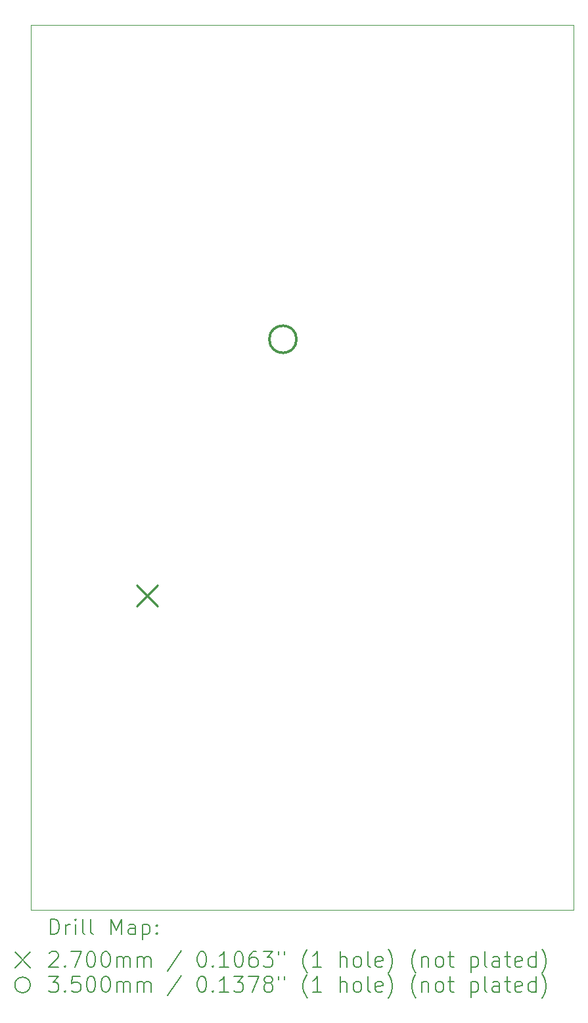
<source format=gbr>
%TF.GenerationSoftware,KiCad,Pcbnew,6.0.11+dfsg-1*%
%TF.CreationDate,2023-07-14T21:47:47+01:00*%
%TF.ProjectId,bridge-rectifier,62726964-6765-42d7-9265-637469666965,rev?*%
%TF.SameCoordinates,Original*%
%TF.FileFunction,Drillmap*%
%TF.FilePolarity,Positive*%
%FSLAX45Y45*%
G04 Gerber Fmt 4.5, Leading zero omitted, Abs format (unit mm)*
G04 Created by KiCad (PCBNEW 6.0.11+dfsg-1) date 2023-07-14 21:47:47*
%MOMM*%
%LPD*%
G01*
G04 APERTURE LIST*
%ADD10C,0.100000*%
%ADD11C,0.200000*%
%ADD12C,0.270000*%
%ADD13C,0.350000*%
G04 APERTURE END LIST*
D10*
X13200000Y-1400000D02*
X20200000Y-1400000D01*
X20200000Y-1400000D02*
X20200000Y-12800000D01*
X20200000Y-12800000D02*
X13200000Y-12800000D01*
X13200000Y-12800000D02*
X13200000Y-1400000D01*
D11*
D12*
X14565000Y-8615000D02*
X14835000Y-8885000D01*
X14835000Y-8615000D02*
X14565000Y-8885000D01*
D13*
X16625000Y-5450000D02*
G75*
G03*
X16625000Y-5450000I-175000J0D01*
G01*
D11*
X13452619Y-13115476D02*
X13452619Y-12915476D01*
X13500238Y-12915476D01*
X13528809Y-12925000D01*
X13547857Y-12944048D01*
X13557381Y-12963095D01*
X13566905Y-13001190D01*
X13566905Y-13029762D01*
X13557381Y-13067857D01*
X13547857Y-13086905D01*
X13528809Y-13105952D01*
X13500238Y-13115476D01*
X13452619Y-13115476D01*
X13652619Y-13115476D02*
X13652619Y-12982143D01*
X13652619Y-13020238D02*
X13662143Y-13001190D01*
X13671667Y-12991667D01*
X13690714Y-12982143D01*
X13709762Y-12982143D01*
X13776428Y-13115476D02*
X13776428Y-12982143D01*
X13776428Y-12915476D02*
X13766905Y-12925000D01*
X13776428Y-12934524D01*
X13785952Y-12925000D01*
X13776428Y-12915476D01*
X13776428Y-12934524D01*
X13900238Y-13115476D02*
X13881190Y-13105952D01*
X13871667Y-13086905D01*
X13871667Y-12915476D01*
X14005000Y-13115476D02*
X13985952Y-13105952D01*
X13976428Y-13086905D01*
X13976428Y-12915476D01*
X14233571Y-13115476D02*
X14233571Y-12915476D01*
X14300238Y-13058333D01*
X14366905Y-12915476D01*
X14366905Y-13115476D01*
X14547857Y-13115476D02*
X14547857Y-13010714D01*
X14538333Y-12991667D01*
X14519286Y-12982143D01*
X14481190Y-12982143D01*
X14462143Y-12991667D01*
X14547857Y-13105952D02*
X14528809Y-13115476D01*
X14481190Y-13115476D01*
X14462143Y-13105952D01*
X14452619Y-13086905D01*
X14452619Y-13067857D01*
X14462143Y-13048809D01*
X14481190Y-13039286D01*
X14528809Y-13039286D01*
X14547857Y-13029762D01*
X14643095Y-12982143D02*
X14643095Y-13182143D01*
X14643095Y-12991667D02*
X14662143Y-12982143D01*
X14700238Y-12982143D01*
X14719286Y-12991667D01*
X14728809Y-13001190D01*
X14738333Y-13020238D01*
X14738333Y-13077381D01*
X14728809Y-13096428D01*
X14719286Y-13105952D01*
X14700238Y-13115476D01*
X14662143Y-13115476D01*
X14643095Y-13105952D01*
X14824048Y-13096428D02*
X14833571Y-13105952D01*
X14824048Y-13115476D01*
X14814524Y-13105952D01*
X14824048Y-13096428D01*
X14824048Y-13115476D01*
X14824048Y-12991667D02*
X14833571Y-13001190D01*
X14824048Y-13010714D01*
X14814524Y-13001190D01*
X14824048Y-12991667D01*
X14824048Y-13010714D01*
X12995000Y-13345000D02*
X13195000Y-13545000D01*
X13195000Y-13345000D02*
X12995000Y-13545000D01*
X13443095Y-13354524D02*
X13452619Y-13345000D01*
X13471667Y-13335476D01*
X13519286Y-13335476D01*
X13538333Y-13345000D01*
X13547857Y-13354524D01*
X13557381Y-13373571D01*
X13557381Y-13392619D01*
X13547857Y-13421190D01*
X13433571Y-13535476D01*
X13557381Y-13535476D01*
X13643095Y-13516428D02*
X13652619Y-13525952D01*
X13643095Y-13535476D01*
X13633571Y-13525952D01*
X13643095Y-13516428D01*
X13643095Y-13535476D01*
X13719286Y-13335476D02*
X13852619Y-13335476D01*
X13766905Y-13535476D01*
X13966905Y-13335476D02*
X13985952Y-13335476D01*
X14005000Y-13345000D01*
X14014524Y-13354524D01*
X14024048Y-13373571D01*
X14033571Y-13411667D01*
X14033571Y-13459286D01*
X14024048Y-13497381D01*
X14014524Y-13516428D01*
X14005000Y-13525952D01*
X13985952Y-13535476D01*
X13966905Y-13535476D01*
X13947857Y-13525952D01*
X13938333Y-13516428D01*
X13928809Y-13497381D01*
X13919286Y-13459286D01*
X13919286Y-13411667D01*
X13928809Y-13373571D01*
X13938333Y-13354524D01*
X13947857Y-13345000D01*
X13966905Y-13335476D01*
X14157381Y-13335476D02*
X14176428Y-13335476D01*
X14195476Y-13345000D01*
X14205000Y-13354524D01*
X14214524Y-13373571D01*
X14224048Y-13411667D01*
X14224048Y-13459286D01*
X14214524Y-13497381D01*
X14205000Y-13516428D01*
X14195476Y-13525952D01*
X14176428Y-13535476D01*
X14157381Y-13535476D01*
X14138333Y-13525952D01*
X14128809Y-13516428D01*
X14119286Y-13497381D01*
X14109762Y-13459286D01*
X14109762Y-13411667D01*
X14119286Y-13373571D01*
X14128809Y-13354524D01*
X14138333Y-13345000D01*
X14157381Y-13335476D01*
X14309762Y-13535476D02*
X14309762Y-13402143D01*
X14309762Y-13421190D02*
X14319286Y-13411667D01*
X14338333Y-13402143D01*
X14366905Y-13402143D01*
X14385952Y-13411667D01*
X14395476Y-13430714D01*
X14395476Y-13535476D01*
X14395476Y-13430714D02*
X14405000Y-13411667D01*
X14424048Y-13402143D01*
X14452619Y-13402143D01*
X14471667Y-13411667D01*
X14481190Y-13430714D01*
X14481190Y-13535476D01*
X14576428Y-13535476D02*
X14576428Y-13402143D01*
X14576428Y-13421190D02*
X14585952Y-13411667D01*
X14605000Y-13402143D01*
X14633571Y-13402143D01*
X14652619Y-13411667D01*
X14662143Y-13430714D01*
X14662143Y-13535476D01*
X14662143Y-13430714D02*
X14671667Y-13411667D01*
X14690714Y-13402143D01*
X14719286Y-13402143D01*
X14738333Y-13411667D01*
X14747857Y-13430714D01*
X14747857Y-13535476D01*
X15138333Y-13325952D02*
X14966905Y-13583095D01*
X15395476Y-13335476D02*
X15414524Y-13335476D01*
X15433571Y-13345000D01*
X15443095Y-13354524D01*
X15452619Y-13373571D01*
X15462143Y-13411667D01*
X15462143Y-13459286D01*
X15452619Y-13497381D01*
X15443095Y-13516428D01*
X15433571Y-13525952D01*
X15414524Y-13535476D01*
X15395476Y-13535476D01*
X15376428Y-13525952D01*
X15366905Y-13516428D01*
X15357381Y-13497381D01*
X15347857Y-13459286D01*
X15347857Y-13411667D01*
X15357381Y-13373571D01*
X15366905Y-13354524D01*
X15376428Y-13345000D01*
X15395476Y-13335476D01*
X15547857Y-13516428D02*
X15557381Y-13525952D01*
X15547857Y-13535476D01*
X15538333Y-13525952D01*
X15547857Y-13516428D01*
X15547857Y-13535476D01*
X15747857Y-13535476D02*
X15633571Y-13535476D01*
X15690714Y-13535476D02*
X15690714Y-13335476D01*
X15671667Y-13364048D01*
X15652619Y-13383095D01*
X15633571Y-13392619D01*
X15871667Y-13335476D02*
X15890714Y-13335476D01*
X15909762Y-13345000D01*
X15919286Y-13354524D01*
X15928809Y-13373571D01*
X15938333Y-13411667D01*
X15938333Y-13459286D01*
X15928809Y-13497381D01*
X15919286Y-13516428D01*
X15909762Y-13525952D01*
X15890714Y-13535476D01*
X15871667Y-13535476D01*
X15852619Y-13525952D01*
X15843095Y-13516428D01*
X15833571Y-13497381D01*
X15824048Y-13459286D01*
X15824048Y-13411667D01*
X15833571Y-13373571D01*
X15843095Y-13354524D01*
X15852619Y-13345000D01*
X15871667Y-13335476D01*
X16109762Y-13335476D02*
X16071667Y-13335476D01*
X16052619Y-13345000D01*
X16043095Y-13354524D01*
X16024048Y-13383095D01*
X16014524Y-13421190D01*
X16014524Y-13497381D01*
X16024048Y-13516428D01*
X16033571Y-13525952D01*
X16052619Y-13535476D01*
X16090714Y-13535476D01*
X16109762Y-13525952D01*
X16119286Y-13516428D01*
X16128809Y-13497381D01*
X16128809Y-13449762D01*
X16119286Y-13430714D01*
X16109762Y-13421190D01*
X16090714Y-13411667D01*
X16052619Y-13411667D01*
X16033571Y-13421190D01*
X16024048Y-13430714D01*
X16014524Y-13449762D01*
X16195476Y-13335476D02*
X16319286Y-13335476D01*
X16252619Y-13411667D01*
X16281190Y-13411667D01*
X16300238Y-13421190D01*
X16309762Y-13430714D01*
X16319286Y-13449762D01*
X16319286Y-13497381D01*
X16309762Y-13516428D01*
X16300238Y-13525952D01*
X16281190Y-13535476D01*
X16224048Y-13535476D01*
X16205000Y-13525952D01*
X16195476Y-13516428D01*
X16395476Y-13335476D02*
X16395476Y-13373571D01*
X16471667Y-13335476D02*
X16471667Y-13373571D01*
X16766905Y-13611667D02*
X16757381Y-13602143D01*
X16738333Y-13573571D01*
X16728809Y-13554524D01*
X16719286Y-13525952D01*
X16709762Y-13478333D01*
X16709762Y-13440238D01*
X16719286Y-13392619D01*
X16728809Y-13364048D01*
X16738333Y-13345000D01*
X16757381Y-13316428D01*
X16766905Y-13306905D01*
X16947857Y-13535476D02*
X16833571Y-13535476D01*
X16890714Y-13535476D02*
X16890714Y-13335476D01*
X16871667Y-13364048D01*
X16852619Y-13383095D01*
X16833571Y-13392619D01*
X17185952Y-13535476D02*
X17185952Y-13335476D01*
X17271667Y-13535476D02*
X17271667Y-13430714D01*
X17262143Y-13411667D01*
X17243095Y-13402143D01*
X17214524Y-13402143D01*
X17195476Y-13411667D01*
X17185952Y-13421190D01*
X17395476Y-13535476D02*
X17376429Y-13525952D01*
X17366905Y-13516428D01*
X17357381Y-13497381D01*
X17357381Y-13440238D01*
X17366905Y-13421190D01*
X17376429Y-13411667D01*
X17395476Y-13402143D01*
X17424048Y-13402143D01*
X17443095Y-13411667D01*
X17452619Y-13421190D01*
X17462143Y-13440238D01*
X17462143Y-13497381D01*
X17452619Y-13516428D01*
X17443095Y-13525952D01*
X17424048Y-13535476D01*
X17395476Y-13535476D01*
X17576429Y-13535476D02*
X17557381Y-13525952D01*
X17547857Y-13506905D01*
X17547857Y-13335476D01*
X17728810Y-13525952D02*
X17709762Y-13535476D01*
X17671667Y-13535476D01*
X17652619Y-13525952D01*
X17643095Y-13506905D01*
X17643095Y-13430714D01*
X17652619Y-13411667D01*
X17671667Y-13402143D01*
X17709762Y-13402143D01*
X17728810Y-13411667D01*
X17738333Y-13430714D01*
X17738333Y-13449762D01*
X17643095Y-13468809D01*
X17805000Y-13611667D02*
X17814524Y-13602143D01*
X17833571Y-13573571D01*
X17843095Y-13554524D01*
X17852619Y-13525952D01*
X17862143Y-13478333D01*
X17862143Y-13440238D01*
X17852619Y-13392619D01*
X17843095Y-13364048D01*
X17833571Y-13345000D01*
X17814524Y-13316428D01*
X17805000Y-13306905D01*
X18166905Y-13611667D02*
X18157381Y-13602143D01*
X18138333Y-13573571D01*
X18128810Y-13554524D01*
X18119286Y-13525952D01*
X18109762Y-13478333D01*
X18109762Y-13440238D01*
X18119286Y-13392619D01*
X18128810Y-13364048D01*
X18138333Y-13345000D01*
X18157381Y-13316428D01*
X18166905Y-13306905D01*
X18243095Y-13402143D02*
X18243095Y-13535476D01*
X18243095Y-13421190D02*
X18252619Y-13411667D01*
X18271667Y-13402143D01*
X18300238Y-13402143D01*
X18319286Y-13411667D01*
X18328810Y-13430714D01*
X18328810Y-13535476D01*
X18452619Y-13535476D02*
X18433571Y-13525952D01*
X18424048Y-13516428D01*
X18414524Y-13497381D01*
X18414524Y-13440238D01*
X18424048Y-13421190D01*
X18433571Y-13411667D01*
X18452619Y-13402143D01*
X18481190Y-13402143D01*
X18500238Y-13411667D01*
X18509762Y-13421190D01*
X18519286Y-13440238D01*
X18519286Y-13497381D01*
X18509762Y-13516428D01*
X18500238Y-13525952D01*
X18481190Y-13535476D01*
X18452619Y-13535476D01*
X18576429Y-13402143D02*
X18652619Y-13402143D01*
X18605000Y-13335476D02*
X18605000Y-13506905D01*
X18614524Y-13525952D01*
X18633571Y-13535476D01*
X18652619Y-13535476D01*
X18871667Y-13402143D02*
X18871667Y-13602143D01*
X18871667Y-13411667D02*
X18890714Y-13402143D01*
X18928810Y-13402143D01*
X18947857Y-13411667D01*
X18957381Y-13421190D01*
X18966905Y-13440238D01*
X18966905Y-13497381D01*
X18957381Y-13516428D01*
X18947857Y-13525952D01*
X18928810Y-13535476D01*
X18890714Y-13535476D01*
X18871667Y-13525952D01*
X19081190Y-13535476D02*
X19062143Y-13525952D01*
X19052619Y-13506905D01*
X19052619Y-13335476D01*
X19243095Y-13535476D02*
X19243095Y-13430714D01*
X19233571Y-13411667D01*
X19214524Y-13402143D01*
X19176429Y-13402143D01*
X19157381Y-13411667D01*
X19243095Y-13525952D02*
X19224048Y-13535476D01*
X19176429Y-13535476D01*
X19157381Y-13525952D01*
X19147857Y-13506905D01*
X19147857Y-13487857D01*
X19157381Y-13468809D01*
X19176429Y-13459286D01*
X19224048Y-13459286D01*
X19243095Y-13449762D01*
X19309762Y-13402143D02*
X19385952Y-13402143D01*
X19338333Y-13335476D02*
X19338333Y-13506905D01*
X19347857Y-13525952D01*
X19366905Y-13535476D01*
X19385952Y-13535476D01*
X19528810Y-13525952D02*
X19509762Y-13535476D01*
X19471667Y-13535476D01*
X19452619Y-13525952D01*
X19443095Y-13506905D01*
X19443095Y-13430714D01*
X19452619Y-13411667D01*
X19471667Y-13402143D01*
X19509762Y-13402143D01*
X19528810Y-13411667D01*
X19538333Y-13430714D01*
X19538333Y-13449762D01*
X19443095Y-13468809D01*
X19709762Y-13535476D02*
X19709762Y-13335476D01*
X19709762Y-13525952D02*
X19690714Y-13535476D01*
X19652619Y-13535476D01*
X19633571Y-13525952D01*
X19624048Y-13516428D01*
X19614524Y-13497381D01*
X19614524Y-13440238D01*
X19624048Y-13421190D01*
X19633571Y-13411667D01*
X19652619Y-13402143D01*
X19690714Y-13402143D01*
X19709762Y-13411667D01*
X19785952Y-13611667D02*
X19795476Y-13602143D01*
X19814524Y-13573571D01*
X19824048Y-13554524D01*
X19833571Y-13525952D01*
X19843095Y-13478333D01*
X19843095Y-13440238D01*
X19833571Y-13392619D01*
X19824048Y-13364048D01*
X19814524Y-13345000D01*
X19795476Y-13316428D01*
X19785952Y-13306905D01*
X13195000Y-13765000D02*
G75*
G03*
X13195000Y-13765000I-100000J0D01*
G01*
X13433571Y-13655476D02*
X13557381Y-13655476D01*
X13490714Y-13731667D01*
X13519286Y-13731667D01*
X13538333Y-13741190D01*
X13547857Y-13750714D01*
X13557381Y-13769762D01*
X13557381Y-13817381D01*
X13547857Y-13836428D01*
X13538333Y-13845952D01*
X13519286Y-13855476D01*
X13462143Y-13855476D01*
X13443095Y-13845952D01*
X13433571Y-13836428D01*
X13643095Y-13836428D02*
X13652619Y-13845952D01*
X13643095Y-13855476D01*
X13633571Y-13845952D01*
X13643095Y-13836428D01*
X13643095Y-13855476D01*
X13833571Y-13655476D02*
X13738333Y-13655476D01*
X13728809Y-13750714D01*
X13738333Y-13741190D01*
X13757381Y-13731667D01*
X13805000Y-13731667D01*
X13824048Y-13741190D01*
X13833571Y-13750714D01*
X13843095Y-13769762D01*
X13843095Y-13817381D01*
X13833571Y-13836428D01*
X13824048Y-13845952D01*
X13805000Y-13855476D01*
X13757381Y-13855476D01*
X13738333Y-13845952D01*
X13728809Y-13836428D01*
X13966905Y-13655476D02*
X13985952Y-13655476D01*
X14005000Y-13665000D01*
X14014524Y-13674524D01*
X14024048Y-13693571D01*
X14033571Y-13731667D01*
X14033571Y-13779286D01*
X14024048Y-13817381D01*
X14014524Y-13836428D01*
X14005000Y-13845952D01*
X13985952Y-13855476D01*
X13966905Y-13855476D01*
X13947857Y-13845952D01*
X13938333Y-13836428D01*
X13928809Y-13817381D01*
X13919286Y-13779286D01*
X13919286Y-13731667D01*
X13928809Y-13693571D01*
X13938333Y-13674524D01*
X13947857Y-13665000D01*
X13966905Y-13655476D01*
X14157381Y-13655476D02*
X14176428Y-13655476D01*
X14195476Y-13665000D01*
X14205000Y-13674524D01*
X14214524Y-13693571D01*
X14224048Y-13731667D01*
X14224048Y-13779286D01*
X14214524Y-13817381D01*
X14205000Y-13836428D01*
X14195476Y-13845952D01*
X14176428Y-13855476D01*
X14157381Y-13855476D01*
X14138333Y-13845952D01*
X14128809Y-13836428D01*
X14119286Y-13817381D01*
X14109762Y-13779286D01*
X14109762Y-13731667D01*
X14119286Y-13693571D01*
X14128809Y-13674524D01*
X14138333Y-13665000D01*
X14157381Y-13655476D01*
X14309762Y-13855476D02*
X14309762Y-13722143D01*
X14309762Y-13741190D02*
X14319286Y-13731667D01*
X14338333Y-13722143D01*
X14366905Y-13722143D01*
X14385952Y-13731667D01*
X14395476Y-13750714D01*
X14395476Y-13855476D01*
X14395476Y-13750714D02*
X14405000Y-13731667D01*
X14424048Y-13722143D01*
X14452619Y-13722143D01*
X14471667Y-13731667D01*
X14481190Y-13750714D01*
X14481190Y-13855476D01*
X14576428Y-13855476D02*
X14576428Y-13722143D01*
X14576428Y-13741190D02*
X14585952Y-13731667D01*
X14605000Y-13722143D01*
X14633571Y-13722143D01*
X14652619Y-13731667D01*
X14662143Y-13750714D01*
X14662143Y-13855476D01*
X14662143Y-13750714D02*
X14671667Y-13731667D01*
X14690714Y-13722143D01*
X14719286Y-13722143D01*
X14738333Y-13731667D01*
X14747857Y-13750714D01*
X14747857Y-13855476D01*
X15138333Y-13645952D02*
X14966905Y-13903095D01*
X15395476Y-13655476D02*
X15414524Y-13655476D01*
X15433571Y-13665000D01*
X15443095Y-13674524D01*
X15452619Y-13693571D01*
X15462143Y-13731667D01*
X15462143Y-13779286D01*
X15452619Y-13817381D01*
X15443095Y-13836428D01*
X15433571Y-13845952D01*
X15414524Y-13855476D01*
X15395476Y-13855476D01*
X15376428Y-13845952D01*
X15366905Y-13836428D01*
X15357381Y-13817381D01*
X15347857Y-13779286D01*
X15347857Y-13731667D01*
X15357381Y-13693571D01*
X15366905Y-13674524D01*
X15376428Y-13665000D01*
X15395476Y-13655476D01*
X15547857Y-13836428D02*
X15557381Y-13845952D01*
X15547857Y-13855476D01*
X15538333Y-13845952D01*
X15547857Y-13836428D01*
X15547857Y-13855476D01*
X15747857Y-13855476D02*
X15633571Y-13855476D01*
X15690714Y-13855476D02*
X15690714Y-13655476D01*
X15671667Y-13684048D01*
X15652619Y-13703095D01*
X15633571Y-13712619D01*
X15814524Y-13655476D02*
X15938333Y-13655476D01*
X15871667Y-13731667D01*
X15900238Y-13731667D01*
X15919286Y-13741190D01*
X15928809Y-13750714D01*
X15938333Y-13769762D01*
X15938333Y-13817381D01*
X15928809Y-13836428D01*
X15919286Y-13845952D01*
X15900238Y-13855476D01*
X15843095Y-13855476D01*
X15824048Y-13845952D01*
X15814524Y-13836428D01*
X16005000Y-13655476D02*
X16138333Y-13655476D01*
X16052619Y-13855476D01*
X16243095Y-13741190D02*
X16224048Y-13731667D01*
X16214524Y-13722143D01*
X16205000Y-13703095D01*
X16205000Y-13693571D01*
X16214524Y-13674524D01*
X16224048Y-13665000D01*
X16243095Y-13655476D01*
X16281190Y-13655476D01*
X16300238Y-13665000D01*
X16309762Y-13674524D01*
X16319286Y-13693571D01*
X16319286Y-13703095D01*
X16309762Y-13722143D01*
X16300238Y-13731667D01*
X16281190Y-13741190D01*
X16243095Y-13741190D01*
X16224048Y-13750714D01*
X16214524Y-13760238D01*
X16205000Y-13779286D01*
X16205000Y-13817381D01*
X16214524Y-13836428D01*
X16224048Y-13845952D01*
X16243095Y-13855476D01*
X16281190Y-13855476D01*
X16300238Y-13845952D01*
X16309762Y-13836428D01*
X16319286Y-13817381D01*
X16319286Y-13779286D01*
X16309762Y-13760238D01*
X16300238Y-13750714D01*
X16281190Y-13741190D01*
X16395476Y-13655476D02*
X16395476Y-13693571D01*
X16471667Y-13655476D02*
X16471667Y-13693571D01*
X16766905Y-13931667D02*
X16757381Y-13922143D01*
X16738333Y-13893571D01*
X16728809Y-13874524D01*
X16719286Y-13845952D01*
X16709762Y-13798333D01*
X16709762Y-13760238D01*
X16719286Y-13712619D01*
X16728809Y-13684048D01*
X16738333Y-13665000D01*
X16757381Y-13636428D01*
X16766905Y-13626905D01*
X16947857Y-13855476D02*
X16833571Y-13855476D01*
X16890714Y-13855476D02*
X16890714Y-13655476D01*
X16871667Y-13684048D01*
X16852619Y-13703095D01*
X16833571Y-13712619D01*
X17185952Y-13855476D02*
X17185952Y-13655476D01*
X17271667Y-13855476D02*
X17271667Y-13750714D01*
X17262143Y-13731667D01*
X17243095Y-13722143D01*
X17214524Y-13722143D01*
X17195476Y-13731667D01*
X17185952Y-13741190D01*
X17395476Y-13855476D02*
X17376429Y-13845952D01*
X17366905Y-13836428D01*
X17357381Y-13817381D01*
X17357381Y-13760238D01*
X17366905Y-13741190D01*
X17376429Y-13731667D01*
X17395476Y-13722143D01*
X17424048Y-13722143D01*
X17443095Y-13731667D01*
X17452619Y-13741190D01*
X17462143Y-13760238D01*
X17462143Y-13817381D01*
X17452619Y-13836428D01*
X17443095Y-13845952D01*
X17424048Y-13855476D01*
X17395476Y-13855476D01*
X17576429Y-13855476D02*
X17557381Y-13845952D01*
X17547857Y-13826905D01*
X17547857Y-13655476D01*
X17728810Y-13845952D02*
X17709762Y-13855476D01*
X17671667Y-13855476D01*
X17652619Y-13845952D01*
X17643095Y-13826905D01*
X17643095Y-13750714D01*
X17652619Y-13731667D01*
X17671667Y-13722143D01*
X17709762Y-13722143D01*
X17728810Y-13731667D01*
X17738333Y-13750714D01*
X17738333Y-13769762D01*
X17643095Y-13788809D01*
X17805000Y-13931667D02*
X17814524Y-13922143D01*
X17833571Y-13893571D01*
X17843095Y-13874524D01*
X17852619Y-13845952D01*
X17862143Y-13798333D01*
X17862143Y-13760238D01*
X17852619Y-13712619D01*
X17843095Y-13684048D01*
X17833571Y-13665000D01*
X17814524Y-13636428D01*
X17805000Y-13626905D01*
X18166905Y-13931667D02*
X18157381Y-13922143D01*
X18138333Y-13893571D01*
X18128810Y-13874524D01*
X18119286Y-13845952D01*
X18109762Y-13798333D01*
X18109762Y-13760238D01*
X18119286Y-13712619D01*
X18128810Y-13684048D01*
X18138333Y-13665000D01*
X18157381Y-13636428D01*
X18166905Y-13626905D01*
X18243095Y-13722143D02*
X18243095Y-13855476D01*
X18243095Y-13741190D02*
X18252619Y-13731667D01*
X18271667Y-13722143D01*
X18300238Y-13722143D01*
X18319286Y-13731667D01*
X18328810Y-13750714D01*
X18328810Y-13855476D01*
X18452619Y-13855476D02*
X18433571Y-13845952D01*
X18424048Y-13836428D01*
X18414524Y-13817381D01*
X18414524Y-13760238D01*
X18424048Y-13741190D01*
X18433571Y-13731667D01*
X18452619Y-13722143D01*
X18481190Y-13722143D01*
X18500238Y-13731667D01*
X18509762Y-13741190D01*
X18519286Y-13760238D01*
X18519286Y-13817381D01*
X18509762Y-13836428D01*
X18500238Y-13845952D01*
X18481190Y-13855476D01*
X18452619Y-13855476D01*
X18576429Y-13722143D02*
X18652619Y-13722143D01*
X18605000Y-13655476D02*
X18605000Y-13826905D01*
X18614524Y-13845952D01*
X18633571Y-13855476D01*
X18652619Y-13855476D01*
X18871667Y-13722143D02*
X18871667Y-13922143D01*
X18871667Y-13731667D02*
X18890714Y-13722143D01*
X18928810Y-13722143D01*
X18947857Y-13731667D01*
X18957381Y-13741190D01*
X18966905Y-13760238D01*
X18966905Y-13817381D01*
X18957381Y-13836428D01*
X18947857Y-13845952D01*
X18928810Y-13855476D01*
X18890714Y-13855476D01*
X18871667Y-13845952D01*
X19081190Y-13855476D02*
X19062143Y-13845952D01*
X19052619Y-13826905D01*
X19052619Y-13655476D01*
X19243095Y-13855476D02*
X19243095Y-13750714D01*
X19233571Y-13731667D01*
X19214524Y-13722143D01*
X19176429Y-13722143D01*
X19157381Y-13731667D01*
X19243095Y-13845952D02*
X19224048Y-13855476D01*
X19176429Y-13855476D01*
X19157381Y-13845952D01*
X19147857Y-13826905D01*
X19147857Y-13807857D01*
X19157381Y-13788809D01*
X19176429Y-13779286D01*
X19224048Y-13779286D01*
X19243095Y-13769762D01*
X19309762Y-13722143D02*
X19385952Y-13722143D01*
X19338333Y-13655476D02*
X19338333Y-13826905D01*
X19347857Y-13845952D01*
X19366905Y-13855476D01*
X19385952Y-13855476D01*
X19528810Y-13845952D02*
X19509762Y-13855476D01*
X19471667Y-13855476D01*
X19452619Y-13845952D01*
X19443095Y-13826905D01*
X19443095Y-13750714D01*
X19452619Y-13731667D01*
X19471667Y-13722143D01*
X19509762Y-13722143D01*
X19528810Y-13731667D01*
X19538333Y-13750714D01*
X19538333Y-13769762D01*
X19443095Y-13788809D01*
X19709762Y-13855476D02*
X19709762Y-13655476D01*
X19709762Y-13845952D02*
X19690714Y-13855476D01*
X19652619Y-13855476D01*
X19633571Y-13845952D01*
X19624048Y-13836428D01*
X19614524Y-13817381D01*
X19614524Y-13760238D01*
X19624048Y-13741190D01*
X19633571Y-13731667D01*
X19652619Y-13722143D01*
X19690714Y-13722143D01*
X19709762Y-13731667D01*
X19785952Y-13931667D02*
X19795476Y-13922143D01*
X19814524Y-13893571D01*
X19824048Y-13874524D01*
X19833571Y-13845952D01*
X19843095Y-13798333D01*
X19843095Y-13760238D01*
X19833571Y-13712619D01*
X19824048Y-13684048D01*
X19814524Y-13665000D01*
X19795476Y-13636428D01*
X19785952Y-13626905D01*
M02*

</source>
